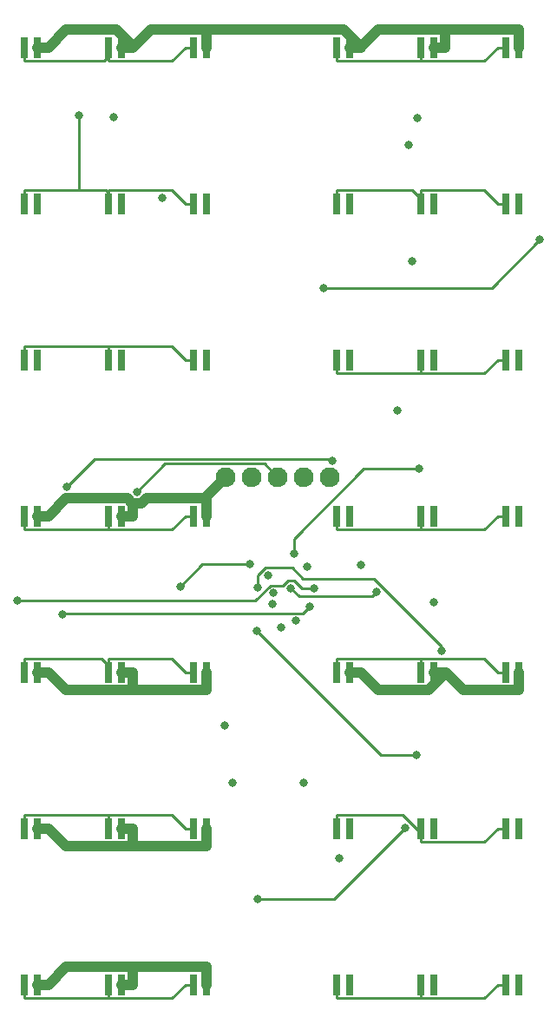
<source format=gbr>
G04 #@! TF.GenerationSoftware,KiCad,Pcbnew,(5.1.5)-3*
G04 #@! TF.CreationDate,2020-03-07T08:42:06-06:00*
G04 #@! TF.ProjectId,DSKY_alarm,44534b59-5f61-46c6-9172-6d2e6b696361,4*
G04 #@! TF.SameCoordinates,Original*
G04 #@! TF.FileFunction,Copper,L2,Inr*
G04 #@! TF.FilePolarity,Positive*
%FSLAX46Y46*%
G04 Gerber Fmt 4.6, Leading zero omitted, Abs format (unit mm)*
G04 Created by KiCad (PCBNEW (5.1.5)-3) date 2020-03-07 08:42:06*
%MOMM*%
%LPD*%
G04 APERTURE LIST*
%ADD10R,0.800000X2.000000*%
%ADD11C,1.930400*%
%ADD12C,0.800000*%
%ADD13C,0.250000*%
%ADD14C,1.041400*%
G04 APERTURE END LIST*
D10*
X85090000Y-144780000D03*
X86360000Y-144780000D03*
X93345000Y-144780000D03*
X94615000Y-144780000D03*
X101600000Y-144780000D03*
X102870000Y-144780000D03*
X85090000Y-129540000D03*
X86360000Y-129540000D03*
X93345000Y-129540000D03*
X94615000Y-129540000D03*
X101600000Y-129540000D03*
X102870000Y-129540000D03*
X85090000Y-114300000D03*
X86360000Y-114300000D03*
X93345000Y-114300000D03*
X94615000Y-114300000D03*
X101600000Y-114300000D03*
X102870000Y-114300000D03*
X85090000Y-99060000D03*
X86360000Y-99060000D03*
X93345000Y-99060000D03*
X94615000Y-99060000D03*
X101600000Y-99060000D03*
X102870000Y-99060000D03*
X85090000Y-83820000D03*
X86360000Y-83820000D03*
X93345000Y-83820000D03*
X94615000Y-83820000D03*
X101600000Y-83820000D03*
X102870000Y-83820000D03*
X85090000Y-68580000D03*
X86360000Y-68580000D03*
X93345000Y-68580000D03*
X94615000Y-68580000D03*
X101600000Y-68580000D03*
X102870000Y-68580000D03*
X115570000Y-144780000D03*
X116840000Y-144780000D03*
X123825000Y-144780000D03*
X125095000Y-144780000D03*
X132080000Y-144780000D03*
X133350000Y-144780000D03*
X115570000Y-129540000D03*
X116840000Y-129540000D03*
X123825000Y-129540000D03*
X125095000Y-129540000D03*
X132080000Y-129540000D03*
X133350000Y-129540000D03*
X115570000Y-114300000D03*
X116840000Y-114300000D03*
X123825000Y-114300000D03*
X125095000Y-114300000D03*
X132080000Y-114300000D03*
X133350000Y-114300000D03*
X115570000Y-99060000D03*
X116840000Y-99060000D03*
X123825000Y-99060000D03*
X125095000Y-99060000D03*
X132080000Y-99060000D03*
X133350000Y-99060000D03*
X115570000Y-83820000D03*
X116840000Y-83820000D03*
X123825000Y-83820000D03*
X125095000Y-83820000D03*
X132080000Y-83820000D03*
X133350000Y-83820000D03*
X115570000Y-68580000D03*
X116840000Y-68580000D03*
X123825000Y-68580000D03*
X125095000Y-68580000D03*
X132080000Y-68580000D03*
X133350000Y-68580000D03*
X85090000Y-53340000D03*
X86360000Y-53340000D03*
X93345000Y-53340000D03*
X94615000Y-53340000D03*
X101600000Y-53340000D03*
X102870000Y-53340000D03*
X115570000Y-53340000D03*
X116840000Y-53340000D03*
X123825000Y-53340000D03*
X125095000Y-53340000D03*
X132080000Y-53340000D03*
X133350000Y-53340000D03*
D11*
X114935000Y-95250000D03*
X112395000Y-95250000D03*
X109855000Y-95250000D03*
X107315000Y-95250000D03*
X104775000Y-95250000D03*
D12*
X96132300Y-96672400D03*
X105410000Y-125095000D03*
X112395000Y-125095000D03*
X107920000Y-136434900D03*
X122300000Y-129507600D03*
X122944100Y-74211700D03*
X89305900Y-96167000D03*
X115204100Y-93673700D03*
X114298500Y-76801100D03*
X135435100Y-72098900D03*
X125117300Y-107419100D03*
X111635700Y-109261300D03*
X84455000Y-107317500D03*
X113399500Y-106100800D03*
X112982300Y-107867200D03*
X88887100Y-108611900D03*
X100330000Y-105933800D03*
X107160700Y-103737200D03*
X108950600Y-104834500D03*
X93827500Y-60151400D03*
X110223100Y-109953900D03*
X115827800Y-132419200D03*
X109319300Y-107659100D03*
X123362400Y-122324700D03*
X107863100Y-110220300D03*
X107899700Y-106038300D03*
X125882500Y-112243000D03*
X98591800Y-68010400D03*
X109468400Y-106558200D03*
X123672500Y-94445500D03*
X111453100Y-102701000D03*
X121560100Y-88775200D03*
X117974300Y-103786800D03*
X111152300Y-106080500D03*
X119527500Y-106423500D03*
X122596600Y-62865000D03*
X112773600Y-104018300D03*
X123524400Y-60175300D03*
X90460300Y-59993800D03*
X104668900Y-119525900D03*
D13*
X96132300Y-96672400D02*
X98849600Y-93955100D01*
X98849600Y-93955100D02*
X108560100Y-93955100D01*
X108560100Y-93955100D02*
X109855000Y-95250000D01*
X122300000Y-129507600D02*
X115372700Y-136434900D01*
X115372700Y-136434900D02*
X107920000Y-136434900D01*
X115204100Y-93673700D02*
X115017600Y-93487200D01*
X115017600Y-93487200D02*
X91985700Y-93487200D01*
X91985700Y-93487200D02*
X89305900Y-96167000D01*
X114298500Y-76801100D02*
X130732900Y-76801100D01*
X130732900Y-76801100D02*
X135435100Y-72098900D01*
X113399500Y-106100800D02*
X112198400Y-106100800D01*
X112198400Y-106100800D02*
X111452800Y-105355200D01*
X111452800Y-105355200D02*
X110851900Y-105355200D01*
X110851900Y-105355200D02*
X110374300Y-105832800D01*
X110374300Y-105832800D02*
X110374300Y-105832900D01*
X110374300Y-105832900D02*
X109168000Y-105832900D01*
X109168000Y-105832900D02*
X107683400Y-107317500D01*
X107683400Y-107317500D02*
X84455000Y-107317500D01*
X112982300Y-107867200D02*
X112313500Y-108536000D01*
X112313500Y-108536000D02*
X88963000Y-108536000D01*
X88963000Y-108536000D02*
X88887100Y-108611900D01*
X107160700Y-103737200D02*
X102526600Y-103737200D01*
X102526600Y-103737200D02*
X100330000Y-105933800D01*
X123362400Y-122324700D02*
X119967500Y-122324700D01*
X119967500Y-122324700D02*
X107863100Y-110220300D01*
X125882500Y-112243000D02*
X125882500Y-111752700D01*
X125882500Y-111752700D02*
X119263100Y-105133300D01*
X119263100Y-105133300D02*
X112289600Y-105133300D01*
X112289600Y-105133300D02*
X111265400Y-104109100D01*
X111265400Y-104109100D02*
X108642200Y-104109100D01*
X108642200Y-104109100D02*
X107899700Y-104851600D01*
X107899700Y-104851600D02*
X107899700Y-106038300D01*
X111453100Y-102701000D02*
X111453100Y-101243000D01*
X111453100Y-101243000D02*
X118250500Y-94445600D01*
X118250500Y-94445600D02*
X123672500Y-94445600D01*
X123672500Y-94445600D02*
X123672500Y-94445500D01*
X119527500Y-106423500D02*
X119082600Y-106868400D01*
X119082600Y-106868400D02*
X111940200Y-106868400D01*
X111940200Y-106868400D02*
X111152300Y-106080500D01*
X115570000Y-53340000D02*
X115570000Y-54665300D01*
X123825000Y-54665300D02*
X115570000Y-54665300D01*
X123825000Y-54552700D02*
X123825000Y-54665300D01*
X123825000Y-53340000D02*
X123825000Y-54552700D01*
X132080000Y-53340000D02*
X131354700Y-53340000D01*
X131354700Y-53340000D02*
X130029400Y-54665300D01*
X130029400Y-54665300D02*
X123825000Y-54665300D01*
X115570000Y-68580000D02*
X115570000Y-67254700D01*
X123825000Y-68099400D02*
X122980300Y-67254700D01*
X122980300Y-67254700D02*
X115570000Y-67254700D01*
X123825000Y-68099400D02*
X123825000Y-67254700D01*
X123825000Y-68580000D02*
X123825000Y-68099400D01*
X132080000Y-68580000D02*
X131354700Y-68580000D01*
X131354700Y-68580000D02*
X130029400Y-67254700D01*
X130029400Y-67254700D02*
X123825000Y-67254700D01*
X115570000Y-83820000D02*
X115570000Y-85145300D01*
X123825000Y-85145300D02*
X115570000Y-85145300D01*
X123825000Y-85032700D02*
X123825000Y-85145300D01*
X123825000Y-83820000D02*
X123825000Y-85032700D01*
X132080000Y-83820000D02*
X131354700Y-83820000D01*
X131354700Y-83820000D02*
X130029400Y-85145300D01*
X130029400Y-85145300D02*
X123825000Y-85145300D01*
X115570000Y-99060000D02*
X115570000Y-100385300D01*
X123825000Y-100385300D02*
X115570000Y-100385300D01*
X123825000Y-100272700D02*
X123825000Y-100385300D01*
X123825000Y-99060000D02*
X123825000Y-100272700D01*
X132080000Y-99060000D02*
X131354700Y-99060000D01*
X131354700Y-99060000D02*
X130029400Y-100385300D01*
X130029400Y-100385300D02*
X123825000Y-100385300D01*
X115570000Y-114300000D02*
X115570000Y-112974700D01*
X123825000Y-112974700D02*
X115570000Y-112974700D01*
X123825000Y-113087300D02*
X123825000Y-112974700D01*
X123825000Y-114300000D02*
X123825000Y-113087300D01*
X132080000Y-114300000D02*
X131354700Y-114300000D01*
X131354700Y-114300000D02*
X130029400Y-112974700D01*
X130029400Y-112974700D02*
X123825000Y-112974700D01*
X85090000Y-53340000D02*
X85090000Y-54665300D01*
X93345000Y-54200400D02*
X92880100Y-54665300D01*
X92880100Y-54665300D02*
X85090000Y-54665300D01*
X93345000Y-54200400D02*
X93345000Y-54665300D01*
X93345000Y-53340000D02*
X93345000Y-54200400D01*
X101600000Y-53340000D02*
X100874700Y-53340000D01*
X100874700Y-53340000D02*
X99549400Y-54665300D01*
X99549400Y-54665300D02*
X93345000Y-54665300D01*
X90460300Y-67254700D02*
X85090000Y-67254700D01*
X93345000Y-67497500D02*
X93102200Y-67254700D01*
X93102200Y-67254700D02*
X90460300Y-67254700D01*
X90460300Y-67254700D02*
X90460300Y-59993800D01*
X85090000Y-68580000D02*
X85090000Y-67254700D01*
X93345000Y-67497500D02*
X93345000Y-67254700D01*
X93345000Y-68580000D02*
X93345000Y-67917300D01*
X93345000Y-67917300D02*
X93345000Y-67497500D01*
X101600000Y-68580000D02*
X100874700Y-68580000D01*
X100874700Y-68580000D02*
X99549400Y-67254700D01*
X99549400Y-67254700D02*
X93345000Y-67254700D01*
X85090000Y-83820000D02*
X85090000Y-82494700D01*
X93345000Y-82494700D02*
X85090000Y-82494700D01*
X93345000Y-82607300D02*
X93345000Y-82494700D01*
X93345000Y-83820000D02*
X93345000Y-82607300D01*
X101600000Y-83820000D02*
X100874700Y-83820000D01*
X100874700Y-83820000D02*
X99549400Y-82494700D01*
X99549400Y-82494700D02*
X93345000Y-82494700D01*
X85090000Y-99060000D02*
X85090000Y-100385300D01*
X93345000Y-100385300D02*
X85090000Y-100385300D01*
X93345000Y-100272700D02*
X93345000Y-100385300D01*
X93345000Y-99060000D02*
X93345000Y-100272700D01*
X101600000Y-99060000D02*
X100874700Y-99060000D01*
X100874700Y-99060000D02*
X99549400Y-100385300D01*
X99549400Y-100385300D02*
X93345000Y-100385300D01*
X85090000Y-114300000D02*
X85090000Y-112974700D01*
X93345000Y-113637300D02*
X92682400Y-112974700D01*
X92682400Y-112974700D02*
X85090000Y-112974700D01*
X93345000Y-113637300D02*
X93345000Y-112974700D01*
X93345000Y-114300000D02*
X93345000Y-113637300D01*
X101600000Y-114300000D02*
X100874700Y-114300000D01*
X100874700Y-114300000D02*
X99549400Y-112974700D01*
X99549400Y-112974700D02*
X93345000Y-112974700D01*
X85090000Y-129540000D02*
X85090000Y-128214700D01*
X93345000Y-128214700D02*
X85090000Y-128214700D01*
X93345000Y-128327300D02*
X93345000Y-128214700D01*
X93345000Y-129540000D02*
X93345000Y-128327300D01*
X101600000Y-129540000D02*
X100874700Y-129540000D01*
X100874700Y-129540000D02*
X99549400Y-128214700D01*
X99549400Y-128214700D02*
X93345000Y-128214700D01*
X85090000Y-144780000D02*
X85090000Y-146105300D01*
X93345000Y-146105300D02*
X85090000Y-146105300D01*
X93345000Y-145992700D02*
X93345000Y-146105300D01*
X93345000Y-144780000D02*
X93345000Y-145992700D01*
X101600000Y-144780000D02*
X100874700Y-144780000D01*
X100874700Y-144780000D02*
X99549400Y-146105300D01*
X99549400Y-146105300D02*
X93345000Y-146105300D01*
X123825000Y-130090000D02*
X123825000Y-130006800D01*
X123825000Y-130006800D02*
X122032900Y-128214700D01*
X122032900Y-128214700D02*
X115570000Y-128214700D01*
X115570000Y-129540000D02*
X115570000Y-128214700D01*
X123825000Y-130090000D02*
X123825000Y-130865300D01*
X123825000Y-129540000D02*
X123825000Y-130090000D01*
X132080000Y-129540000D02*
X131354700Y-129540000D01*
X131354700Y-129540000D02*
X130029400Y-130865300D01*
X130029400Y-130865300D02*
X123825000Y-130865300D01*
X115570000Y-144780000D02*
X115570000Y-146105300D01*
X123825000Y-146105300D02*
X115570000Y-146105300D01*
X123825000Y-145992700D02*
X123825000Y-146105300D01*
X123825000Y-144780000D02*
X123825000Y-145992700D01*
X132080000Y-144780000D02*
X131354700Y-144780000D01*
X131354700Y-144780000D02*
X130029400Y-146105300D01*
X130029400Y-146105300D02*
X123825000Y-146105300D01*
D14*
X95736000Y-97793400D02*
X96596700Y-97793400D01*
X96596700Y-97793400D02*
X97060200Y-97329900D01*
X97060200Y-97329900D02*
X102870000Y-97329900D01*
X87481000Y-99060000D02*
X89211100Y-97329900D01*
X89211100Y-97329900D02*
X95204500Y-97329900D01*
X95204500Y-97329900D02*
X95668000Y-97793400D01*
X95668000Y-97793400D02*
X95736000Y-97793400D01*
X95736000Y-97793400D02*
X95736000Y-99060000D01*
X95736000Y-143059000D02*
X89202000Y-143059000D01*
X89202000Y-143059000D02*
X87481000Y-144780000D01*
X102870000Y-143059000D02*
X95736000Y-143059000D01*
X95736000Y-143059000D02*
X95736000Y-144780000D01*
X86360000Y-144780000D02*
X87481000Y-144780000D01*
X94615000Y-144780000D02*
X95736000Y-144780000D01*
X102870000Y-144780000D02*
X102870000Y-143059000D01*
X95736000Y-131261000D02*
X89202000Y-131261000D01*
X89202000Y-131261000D02*
X87481000Y-129540000D01*
X102870000Y-131261000D02*
X95736000Y-131261000D01*
X95736000Y-131261000D02*
X95736000Y-129540000D01*
X86360000Y-129540000D02*
X87481000Y-129540000D01*
X94615000Y-129540000D02*
X95736000Y-129540000D01*
X102870000Y-129540000D02*
X102870000Y-131261000D01*
X95736000Y-116021000D02*
X89202000Y-116021000D01*
X89202000Y-116021000D02*
X87481000Y-114300000D01*
X102870000Y-116021000D02*
X95736000Y-116021000D01*
X95736000Y-116021000D02*
X95736000Y-114300000D01*
X86360000Y-114300000D02*
X87481000Y-114300000D01*
X94615000Y-114300000D02*
X95736000Y-114300000D01*
X102870000Y-114300000D02*
X102870000Y-116021000D01*
X86360000Y-99060000D02*
X87481000Y-99060000D01*
X102870000Y-97329900D02*
X102870000Y-99060000D01*
X104775000Y-95250000D02*
X102870000Y-97155000D01*
X102870000Y-97155000D02*
X102870000Y-97329900D01*
X94615000Y-99060000D02*
X95736000Y-99060000D01*
X126272400Y-114356400D02*
X127937000Y-116021000D01*
X127937000Y-116021000D02*
X133350000Y-116021000D01*
X126216000Y-114300000D02*
X126272400Y-114356400D01*
X117961000Y-114300000D02*
X119682100Y-116021100D01*
X119682100Y-116021100D02*
X124607700Y-116021100D01*
X124607700Y-116021100D02*
X126272400Y-114356400D01*
X116840000Y-114300000D02*
X117961000Y-114300000D01*
X133350000Y-114300000D02*
X133350000Y-116021000D01*
X125095000Y-114300000D02*
X126216000Y-114300000D01*
X118005100Y-53295900D02*
X117961000Y-53340000D01*
X126216000Y-51619000D02*
X119682000Y-51619000D01*
X119682000Y-51619000D02*
X118005100Y-53295900D01*
X118005100Y-53295900D02*
X116328200Y-51619000D01*
X116328200Y-51619000D02*
X102870000Y-51619000D01*
X95780100Y-53295900D02*
X95736000Y-53340000D01*
X102870000Y-51619000D02*
X97457000Y-51619000D01*
X97457000Y-51619000D02*
X95780100Y-53295900D01*
X95780100Y-53295900D02*
X94103100Y-51618900D01*
X94103100Y-51618900D02*
X89202100Y-51618900D01*
X89202100Y-51618900D02*
X87481000Y-53340000D01*
X86360000Y-53340000D02*
X87481000Y-53340000D01*
X94615000Y-53340000D02*
X95736000Y-53340000D01*
X102870000Y-53340000D02*
X102870000Y-51619000D01*
X133350000Y-51619000D02*
X126216000Y-51619000D01*
X126216000Y-51619000D02*
X126216000Y-53340000D01*
X116840000Y-53340000D02*
X117961000Y-53340000D01*
X125095000Y-53340000D02*
X126216000Y-53340000D01*
X133350000Y-53340000D02*
X133350000Y-51619000D01*
M02*

</source>
